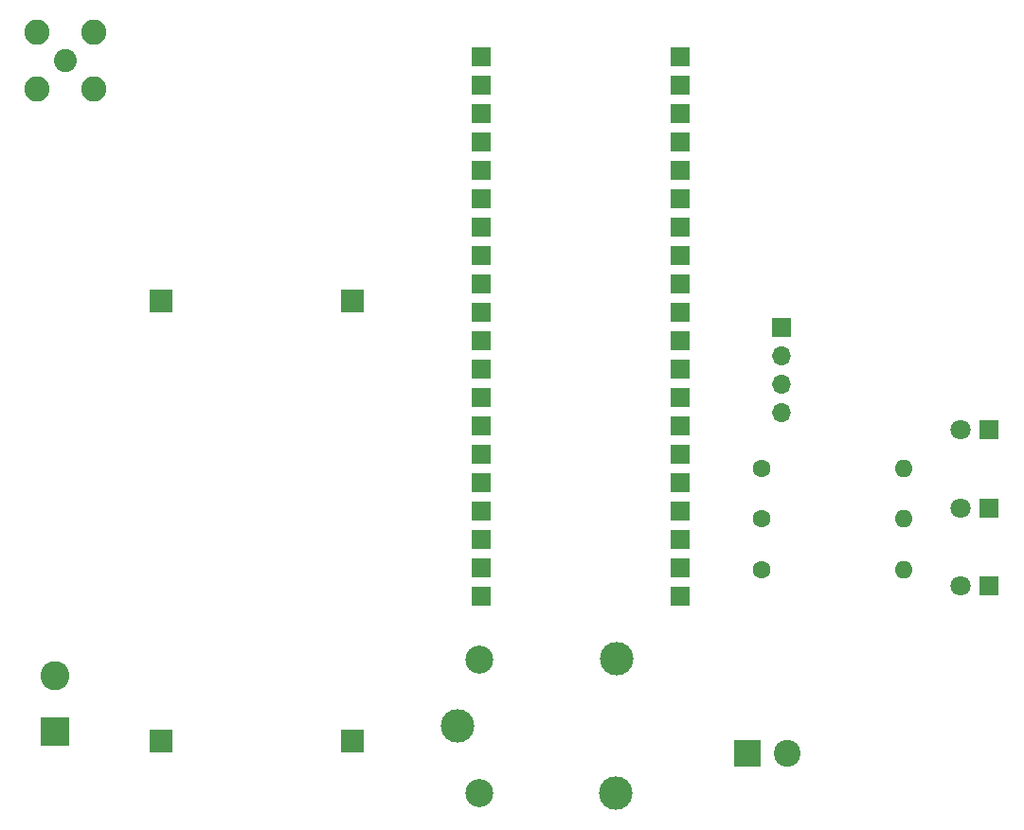
<source format=gbr>
%TF.GenerationSoftware,KiCad,Pcbnew,8.0.2*%
%TF.CreationDate,2024-05-25T14:23:29+03:00*%
%TF.ProjectId,LoRa_irrigation_system,4c6f5261-5f69-4727-9269-676174696f6e,rev?*%
%TF.SameCoordinates,Original*%
%TF.FileFunction,Soldermask,Bot*%
%TF.FilePolarity,Negative*%
%FSLAX46Y46*%
G04 Gerber Fmt 4.6, Leading zero omitted, Abs format (unit mm)*
G04 Created by KiCad (PCBNEW 8.0.2) date 2024-05-25 14:23:29*
%MOMM*%
%LPD*%
G01*
G04 APERTURE LIST*
G04 Aperture macros list*
%AMRoundRect*
0 Rectangle with rounded corners*
0 $1 Rounding radius*
0 $2 $3 $4 $5 $6 $7 $8 $9 X,Y pos of 4 corners*
0 Add a 4 corners polygon primitive as box body*
4,1,4,$2,$3,$4,$5,$6,$7,$8,$9,$2,$3,0*
0 Add four circle primitives for the rounded corners*
1,1,$1+$1,$2,$3*
1,1,$1+$1,$4,$5*
1,1,$1+$1,$6,$7*
1,1,$1+$1,$8,$9*
0 Add four rect primitives between the rounded corners*
20,1,$1+$1,$2,$3,$4,$5,0*
20,1,$1+$1,$4,$5,$6,$7,0*
20,1,$1+$1,$6,$7,$8,$9,0*
20,1,$1+$1,$8,$9,$2,$3,0*%
G04 Aperture macros list end*
%ADD10C,2.050000*%
%ADD11C,2.250000*%
%ADD12R,1.800000X1.800000*%
%ADD13C,1.800000*%
%ADD14R,2.400000X2.400000*%
%ADD15C,2.400000*%
%ADD16R,2.600000X2.600000*%
%ADD17C,2.600000*%
%ADD18C,1.600000*%
%ADD19O,1.600000X1.600000*%
%ADD20R,2.000000X2.000000*%
%ADD21RoundRect,0.102000X-0.754000X-0.754000X0.754000X-0.754000X0.754000X0.754000X-0.754000X0.754000X0*%
%ADD22R,1.700000X1.700000*%
%ADD23O,1.700000X1.700000*%
%ADD24C,3.000000*%
%ADD25C,2.500000*%
G04 APERTURE END LIST*
D10*
%TO.C,J4*%
X91960000Y-48960000D03*
D11*
X94500000Y-51500000D03*
X94500000Y-46420000D03*
X89420000Y-51500000D03*
X89420000Y-46420000D03*
%TD*%
D12*
%TO.C,D2*%
X174540000Y-89000000D03*
D13*
X172000000Y-89000000D03*
%TD*%
D12*
%TO.C,D1*%
X174510000Y-82000000D03*
D13*
X171970000Y-82000000D03*
%TD*%
D14*
%TO.C,J3*%
X152950000Y-111000000D03*
D15*
X156450000Y-111000000D03*
%TD*%
D16*
%TO.C,J1*%
X91000000Y-109000000D03*
D17*
X91000000Y-104000000D03*
%TD*%
D18*
%TO.C,R2*%
X154150000Y-90000000D03*
D19*
X166850000Y-90000000D03*
%TD*%
D20*
%TO.C,U1*%
X100500000Y-109873000D03*
X117645000Y-109873000D03*
X117645000Y-70503000D03*
X100500000Y-70503000D03*
%TD*%
D21*
%TO.C,U2*%
X146890000Y-58800000D03*
X146890000Y-56260000D03*
X146890000Y-61340000D03*
X146890000Y-66420000D03*
X146890000Y-53720000D03*
X146890000Y-79120000D03*
X146890000Y-91820000D03*
X129110000Y-53720000D03*
X129110000Y-66420000D03*
X129110000Y-79120000D03*
X129110000Y-91820000D03*
X129110000Y-48640000D03*
X129110000Y-51180000D03*
X129110000Y-56260000D03*
X129110000Y-58800000D03*
X129110000Y-61340000D03*
X129110000Y-63880000D03*
X129110000Y-68960000D03*
X129110000Y-71500000D03*
X129110000Y-74040000D03*
X129110000Y-76580000D03*
X129110000Y-81660000D03*
X129110000Y-84200000D03*
X129110000Y-86740000D03*
X129110000Y-89280000D03*
X129110000Y-94360000D03*
X129110000Y-96900000D03*
X146890000Y-96900000D03*
X146890000Y-94360000D03*
X146890000Y-89280000D03*
X146890000Y-86740000D03*
X146890000Y-84200000D03*
X146890000Y-81660000D03*
X146890000Y-76580000D03*
X146890000Y-71500000D03*
X146890000Y-68960000D03*
X146890000Y-63880000D03*
X146890000Y-74040000D03*
X146890000Y-48640000D03*
X146890000Y-51180000D03*
%TD*%
D22*
%TO.C,J2*%
X156000000Y-72880000D03*
D23*
X156000000Y-75420000D03*
X156000000Y-77960000D03*
X156000000Y-80500000D03*
%TD*%
D24*
%TO.C,K2*%
X127000000Y-108500000D03*
D25*
X128950000Y-114550000D03*
D24*
X141150000Y-114550000D03*
X141200000Y-102500000D03*
D25*
X128950000Y-102550000D03*
%TD*%
D18*
%TO.C,R3*%
X154150000Y-94500000D03*
D19*
X166850000Y-94500000D03*
%TD*%
D18*
%TO.C,R1*%
X154150000Y-85500000D03*
D19*
X166850000Y-85500000D03*
%TD*%
D12*
%TO.C,D3*%
X174510000Y-96000000D03*
D13*
X171970000Y-96000000D03*
%TD*%
M02*

</source>
